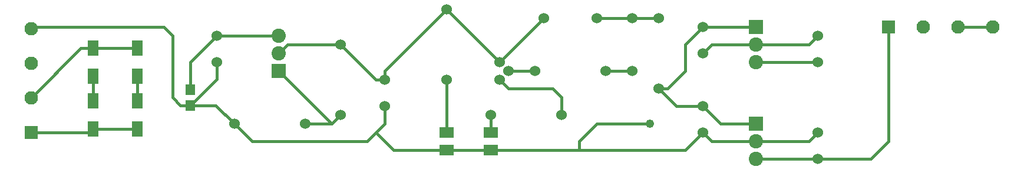
<source format=gbr>
G04 EasyPC Gerber Version 21.0.3 Build 4286 *
G04 #@! TF.Part,Single*
G04 #@! TF.FileFunction,Copper,L1,Top *
G04 #@! TF.FilePolarity,Positive *
%FSLAX35Y35*%
%MOIN*%
G04 #@! TA.AperFunction,SMDPad*
%ADD22R,0.05500X0.06000*%
%ADD21R,0.06299X0.08858*%
G04 #@! TA.AperFunction,ComponentPad*
%ADD71R,0.07677X0.07677*%
%ADD24R,0.08091X0.08091*%
G04 #@! TD.AperFunction*
%ADD27C,0.01500*%
G04 #@! TA.AperFunction,ViaPad*
%ADD28C,0.04800*%
G04 #@! TA.AperFunction,ComponentPad*
%ADD23C,0.06000*%
%ADD20C,0.07677*%
%ADD25C,0.08091*%
%ADD26R,0.08000X0.06000*%
X0Y0D02*
D02*
D71*
X20250Y30250D03*
X505250Y90250D03*
D02*
D20*
X20250Y49935D03*
Y69620D03*
Y89305D03*
X524935Y90250D03*
X544620D03*
X564305D03*
D02*
D21*
X55250Y32376D03*
Y48124D03*
Y62376D03*
Y78124D03*
X80250Y32376D03*
Y48124D03*
Y62376D03*
Y78124D03*
D02*
D22*
X110250Y45750D03*
Y54750D03*
D02*
D23*
X125250Y70250D03*
Y85250D03*
X135250Y35250D03*
X175250D03*
X195250Y40250D03*
Y80250D03*
X220250Y45250D03*
Y60250D03*
X255250D03*
Y100250D03*
X280250Y40250D03*
X285250Y60250D03*
Y70250D03*
X290250Y65250D03*
X305250D03*
X310250Y95250D03*
X320250Y40250D03*
X340250Y95250D03*
X345250Y65250D03*
X360250D03*
Y95250D03*
X375250Y55250D03*
Y95250D03*
X400250Y30250D03*
Y45250D03*
Y75250D03*
Y90250D03*
X465250Y15250D03*
Y30250D03*
Y70250D03*
Y85250D03*
D02*
D24*
X160250Y65250D03*
X430250Y35250D03*
Y90250D03*
D02*
D25*
X160250Y75230D03*
Y85211D03*
X430250Y15289D03*
Y25270D03*
Y70289D03*
Y80270D03*
D02*
D26*
X255250Y20250D03*
Y30250D03*
X280250Y20250D03*
Y30250D03*
D02*
D27*
X20250D02*
X53124D01*
X55250Y32376*
X80250*
X55250Y48124D02*
Y62376D01*
Y78124D02*
X48439D01*
X20250Y49935*
X80250Y48124D02*
Y62376D01*
Y78124D02*
X55250D01*
X110250Y45750D02*
X124750D01*
X135250Y35250*
X110250Y45750D02*
X104750D01*
X100250Y50250*
Y85250*
X95250Y90250*
X21195*
X20250Y89305*
X110250Y54750D02*
Y70250D01*
X125250Y85250*
X110250Y54750D02*
X125250Y70250*
Y60750D01*
X110250Y45750*
X125250Y85250D02*
X160211D01*
X160250Y85211*
Y65250D02*
X190250Y35250D01*
X175250D02*
X190250D01*
X195250Y40250*
Y80250D02*
X165270D01*
X160250Y75230*
X215250Y30250D02*
X210250Y25250D01*
X145250*
X135250Y35250*
X220250Y45250D02*
Y35250D01*
X215250Y30250*
X220250Y60250D02*
X215250D01*
X195250Y80250*
X255250Y20250D02*
X225250D01*
X215250Y30250*
X255250D02*
Y60250D01*
Y100250D02*
X220250Y65250D01*
Y60250*
X280250Y20250D02*
X330250D01*
X280250D02*
X255250D01*
X280250Y30250D02*
Y40250D01*
X285250Y70250D02*
X255250Y100250D01*
X290250Y65250D02*
X305250D01*
X310250Y95250D02*
X285250Y70250D01*
X320250Y40250D02*
Y50250D01*
X315250Y55250*
X290250*
X285250Y60250*
X330250Y20250D02*
X390250D01*
X400250Y30250*
X345250Y65250D02*
X360250D01*
Y95250D02*
X375250D01*
X360250D02*
X340250D01*
X370250Y35250D02*
X340250D01*
X330250Y25250*
Y20250*
X375250Y55250D02*
X380250D01*
X390250Y65250*
Y80250*
X400250Y90250*
Y45250D02*
X385250D01*
X375250Y55250*
X400250Y90250D02*
X430250D01*
Y25270D02*
X460270D01*
X465250Y30250*
X430250Y25270D02*
X405230D01*
X400250Y30250*
X430250Y35250D02*
X410250D01*
X400250Y45250*
X430250Y80270D02*
X460270D01*
X465250Y85250*
X430250Y80270D02*
X405270D01*
X400250Y75250*
X465250Y15250D02*
X495250D01*
X505250Y25250*
Y90250*
X465250Y15250D02*
X430289D01*
X430250Y15289*
X465250Y70250D02*
X430289D01*
X430250Y70289*
X544620Y90250D02*
X564305D01*
D02*
D28*
X55250Y62376D03*
X80250Y48124D03*
X110250Y54750D03*
X370250Y35250D03*
X0Y0D02*
M02*

</source>
